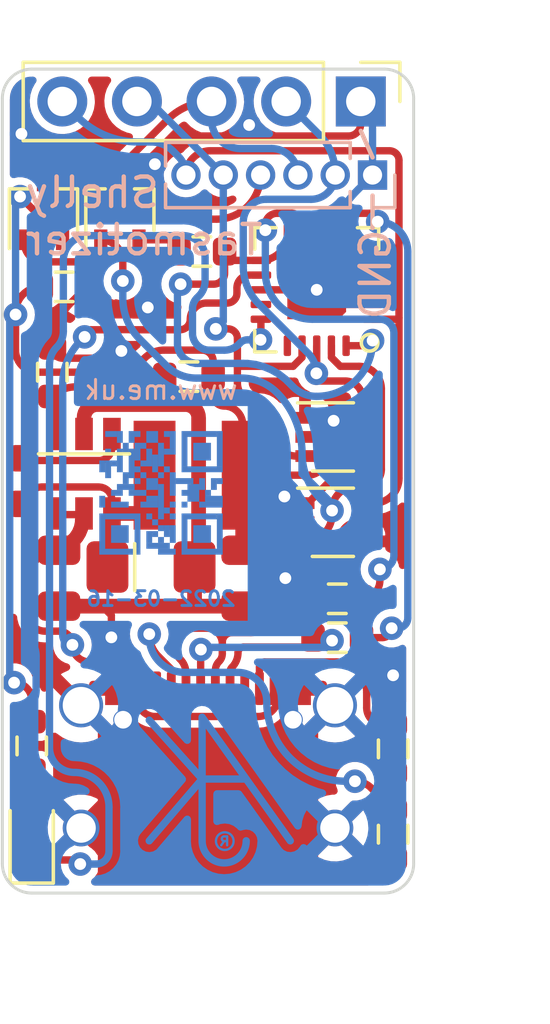
<source format=kicad_pcb>
(kicad_pcb (version 20211014) (generator pcbnew)
  (title_block (title "Shelly Tasmotizer") (date "${DATE}") (rev "4") (company "Adrian Kennard Andrews & Arnold Ltd") (comment 1 "www.me.uk"))
  (layers (0 "F.Cu" signal) (31 "B.Cu" signal) (34 "B.Paste" user) (35 "F.Paste" user) (36 "B.SilkS" user "B.Silkscreen") (37 "F.SilkS" user "F.Silkscreen") (38 "B.Mask" user) (39 "F.Mask" user) (44 "Edge.Cuts" user))
  (property "DATE" "2022-03-16")
  (net 0 "")
  (net 1 "GND")
  (net 2 "VBUS")
  (net 3 "RXD")
  (net 4 "+3V3")
  (net 5 "GPIO0")
  (net 6 "TXD")
  (net 7 "RST")
  (net 8 "D-")
  (net 9 "D+")
  (net 11 "Net-(C1-Pad1)")
  (net 14 "Net-(J1-Pad3)")
  (net 15 "Net-(D3-Pad2)")
  (net 16 "Net-(D3-Pad1)")
  (net 17 "Net-(J3-PadA7)")
  (net 18 "Net-(J3-PadA6)")
  (net 20 "Net-(J3-PadA5)")
  (net 21 "Net-(J3-PadB5)")
  (net 23 "Net-(R6-Pad2)")
  (footprint "LED_SMD:LED_0603_1608Metric_Pad1.05x0.95mm_HandSolder" (layer "F.Cu") (at 171 81 90)
    (fp_text reference "D3" hide)
    (fp_text value "LED")
  )
  (footprint "RevK:R_0603" (layer "F.Cu") (at 183.3 78.1 90)
    (fp_text reference "R2" hide)
    (fp_text value "5K1")
  )
  (footprint "Connector_PinHeader_2.54mm:PinHeader_1x05_P2.54mm_Vertical" (layer "F.Cu") (at 182.2 56.1 -90)
    (fp_text reference "J1" hide)
    (fp_text value "Shelly 1")
  )
  (footprint "RevK:QFN-20-1EP_4x4mm_P0.5mm_EP2.5x2.5mm" (layer "F.Cu") (at 180.7 62.5 180)
    (fp_text reference "U1" hide)
    (fp_text value "FT231XQ")
  )
  (footprint "RevK:USC16-TR-Round" (layer "F.Cu") (at 177 82.9)
    (fp_text reference "J3" hide)
    (fp_text value "USB-C")
  )
  (footprint "RevK:R_0603" (layer "F.Cu") (at 171 78 -90)
    (fp_text reference "R5" hide)
    (fp_text value "680R")
  )
  (footprint "RevK:R_0603" (layer "F.Cu") (at 183.3 81 -90)
    (fp_text reference "R1" hide)
    (fp_text value "5K1")
  )
  (footprint "RevK:R_0603" (layer "F.Cu") (at 181.4 73)
    (fp_text reference "R3" hide)
    (fp_text value "27R")
  )
  (footprint "RevK:R_0603" (layer "F.Cu") (at 181.4 74.32)
    (fp_text reference "R4" hide)
    (fp_text value "27R")
  )
  (footprint "Package_TO_SOT_SMD:SOT-363_SC-70-6" (layer "F.Cu") (at 181.25 70.4)
    (fp_text reference "D1" hide)
    (fp_text value "BAV99S")
  )
  (footprint "Package_TO_SOT_SMD:SOT-363_SC-70-6" (layer "F.Cu") (at 181.25 67.5)
    (fp_text reference "D2" hide)
    (fp_text value "BAV99S")
  )
  (footprint "RevK:C_0603" (layer "F.Cu") (at 176.79 61.2 180)
    (fp_text reference "C1" hide)
    (fp_text value "100nF")
  )
  (footprint "Package_TO_SOT_SMD:SOT-323_SC-70" (layer "F.Cu") (at 171.4 59.8 90)
    (fp_text reference "Q1" hide)
    (fp_text value "PMF170XP,115")
  )
  (footprint "RevK:Hidden" (layer "F.Cu") (at 170.68 69 90)
    (fp_text reference "C2" hide)
    (fp_text value "0.1uF")
  )
  (footprint "RevK:Hidden" (layer "F.Cu") (at 171.93 72.3 90)
    (fp_text reference "C3" hide)
    (fp_text value "2.2uF")
  )
  (footprint "RevK:Hidden" (layer "F.Cu") (at 178.18 72.3 90)
    (fp_text reference "C4" hide)
    (fp_text value "10uF")
  )
  (footprint "RevK:Hidden" (layer "F.Cu") (at 175.06 71.92)
    (fp_text reference "D4" hide)
    (fp_text value "Schottky")
  )
  (footprint "RevK:Hidden" (layer "F.Cu") (at 176.68 68.75)
    (fp_text reference "L1" hide)
    (fp_text value "6.8uH")
  )
  (footprint "RevK:R_0603" (layer "F.Cu") (at 176.35 65.45 180)
    (fp_text reference "R6" hide)
    (fp_text value "100k 1% or 0R")
  )
  (footprint "RevK:R_0603" (layer "F.Cu") (at 171.7 65.3 -90)
    (fp_text reference "R7" hide)
    (fp_text value "30k 1% or NF")
  )
  (footprint "RevK:C_0603" (layer "F.Cu") (at 172.1 62.4)
    (fp_text reference "C5" hide)
    (fp_text value "100nF")
  )
  (footprint "Package_TO_SOT_SMD:SOT-323_SC-70" (layer "F.Cu") (at 174 59.8 90)
    (fp_text reference "Q2" hide)
    (fp_text value "PMF250XNEX")
  )
  (footprint "RevK:RegulatorBlockFB" (layer "F.Cu") (at 172.78 68.75)
    (fp_text reference "U2" hide)
    (fp_text value "LMR16006+FB")
  )
  (footprint "Connector_PinHeader_1.27mm:PinHeader_1x06_P1.27mm_Vertical" (layer "B.Cu") (at 182.6 58.6 90)
    (fp_text reference "J2" hide)
    (fp_text value "Other")
  )
  (footprint "RevK:AJK" (layer "B.Cu") (at 176.8 79.125 180)
    (fp_text reference "Art1" hide)
    (fp_text value "AJK" hide)
  )
  (footprint "RevK:QR-Shelly" (layer "B.Cu") (at 175.4 69.4 180)
    (fp_text reference "Art2" hide)
    (fp_text value "QR" hide)
  )
  (gr_line (start 182.6 59.3) (end 182.6 60.4) (layer "B.SilkS") (width 0.15))
  (gr_line (start 182.2 57.1) (end 182.6 58) (layer "B.SilkS") (width 0.15))
  (gr_line (start 170 56) (end 170 82) (layer "Edge.Cuts") (width 0.1))
  (gr_arc (start 183 55) (mid 183.707107 55.292893) (end 184 56) (layer "Edge.Cuts") (width 0.1))
  (gr_arc (start 170 56) (mid 170.292893 55.292893) (end 171 55) (layer "Edge.Cuts") (width 0.1))
  (gr_arc (start 171 83) (mid 170.292893 82.707107) (end 170 82) (layer "Edge.Cuts") (width 0.1))
  (gr_line (start 171 83) (end 183 83) (layer "Edge.Cuts") (width 0.1))
  (gr_arc (start 184 82) (mid 183.707107 82.707107) (end 183 83) (layer "Edge.Cuts") (width 0.1))
  (gr_line (start 183 55) (end 171 55) (layer "Edge.Cuts") (width 0.1))
  (gr_line (start 184 82) (end 184 56) (layer "Edge.Cuts") (width 0.1))
  (gr_text "GND" (at 182.7 63.6 90) (layer "B.SilkS") (effects (font (size 1 1)) (justify right mirror)))
  (gr_text "Shelly\nTasmotizer" (at 170.7 60) (layer "B.SilkS") (effects (font (size 1 1)) (justify right mirror)))
  (segment (start 179.731294 72.20048) (end 181.04952 72.20048) (width 0.25) (layer "F.Cu") (net 1))
  (segment (start 172.875 62.4) (end 172.336397 62.938603) (width 0.25) (layer "F.Cu") (net 1))
  (segment (start 182.6 63) (end 181.2 63) (width 0.25) (layer "F.Cu") (net 1))
  (segment (start 178.025489 57.274511) (end 176.824511 57.274511) (width 0.25) (layer "F.Cu") (net 1))
  (segment (start 178.8 62.5) (end 180.7 62.5) (width 0.25) (layer "F.Cu") (net 1))
  (segment (start 180.35 66.85) (end 181.225498 66.85) (width 0.25) (layer "F.Cu") (net 1))
  (segment (start 181.2 63) (end 180.7 62.5) (width 0.25) (layer "F.Cu") (net 1))
  (segment (start 173.4 73.25) (end 173.71 73.56) (width 0.25) (layer "F.Cu") (net 1))
  (segment (start 180.3 66.85) (end 181.175498 66.85) (width 0.25) (layer "F.Cu") (net 1))
  (segment (start 182.2 56.85) (end 182.2 56.1) (width 0.25) (layer "F.Cu") (net 1))
  (segment (start 183.3 78.925) (end 183.3 78.705) (width 0.25) (layer "F.Cu") (net 1))
  (segment (start 178.774511 57.274511) (end 181.775489 57.274511) (width 0.25) (layer "F.Cu") (net 1))
  (segment (start 171.93 73.25) (end 173.4 73.25) (width 0.25) (layer "F.Cu") (net 1))
  (segment (start 181.225498 66.85) (end 181.325498 66.95) (width 0.25) (layer "F.Cu") (net 1))
  (segment (start 174.028719 64.600907) (end 174.051697 64.577929) (width 0.25) (layer "F.Cu") (net 1))
  (segment (start 181.32 80.79) (end 182.128726 81.598726) (width 0.25) (layer "F.Cu") (net 1))
  (segment (start 172.049501 64.824501) (end 173.806711 64.824501) (width 0.25) (layer "F.Cu") (net 1))
  (segment (start 182.6 62.5) (end 180.7 62.5) (width 0.25) (layer "F.Cu") (net 1))
  (segment (start 174.95 63.1) (end 174.564949 63.1) (width 0.25) (layer "F.Cu") (net 1))
  (segment (start 183.3 81.825) (end 182.675 81.825) (width 0.25) (layer "F.Cu") (net 1))
  (segment (start 181.7 60.6) (end 181.7 61.5) (width 0.25) (layer "F.Cu") (net 1))
  (segment (start 180.4 69.75) (end 182 68.15) (width 0.25) (layer "F.Cu") (net 1))
  (segment (start 182.6 61.5) (end 181.7 61.5) (width 0.25) (layer "F.Cu") (net 1))
  (segment (start 182 68.15) (end 182.25 68.15) (width 0.25) (layer "F.Cu") (net 1))
  (segment (start 180.7 62.5) (end 181.7 61.5) (width 0.25) (layer "F.Cu") (net 1))
  (segment (start 173.71 73.56) (end 173.71 74.31) (width 0.25) (layer "F.Cu") (net 1))
  (segment (start 175.726597 57.676606) (end 175.192248 58.210955) (width 0.25) (layer "F.Cu") (net 1))
  (segment (start 175.192248 58.210955) (end 175.192248 58.230015) (width 0.25) (layer "F.Cu") (net 1))
  (segment (start 183.3 78.705) (end 181.325 76.73) (width 0.25) (layer "F.Cu") (net 1))
  (segment (start 182.6 62) (end 181.2 62) (width 0.25) (layer "F.Cu") (net 1))
  (segment (start 176.015 61.2) (end 175.540434 61.674566) (width 0.25) (layer "F.Cu") (net 1))
  (segment (start 174.65 60.8) (end 175.615 60.8) (width 0.25) (layer "F.Cu") (net 1))
  (segment (start 179.632974 72.2988) (end 179.731294 72.20048) (width 0.25) (layer "F.Cu") (net 1))
  (segment (start 174.028719 64.691024) (end 174.028719 64.600907) (width 0.25) (layer "F.Cu") (net 1))
  (via (at 181.275498 66.95) (size 0.8) (drill 0.4) (layers "F.Cu" "B.Cu") (net 1))
  (via (at 180.7 62.5) (size 0.8) (drill 0.4) (layers "F.Cu" "B.Cu") (net 1))
  (via (at 179.632974 72.2988) (size 0.8) (drill 0.4) (layers "F.Cu" "B.Cu") (net 1))
  (via (at 170.65 57.2) (size 0.8) (drill 0.4) (layers "F.Cu" "B.Cu") (net 1))
  (via (at 178.4 56.9) (size 0.8) (drill 0.4) (layers "F.Cu" "B.Cu") (net 1))
  (via (at 183.3 75.6) (size 0.8) (drill 0.4) (layers "F.Cu" "B.Cu") (net 1))
  (via (at 174.051697 64.577929) (size 0.8) (drill 0.4) (layers "F.Cu" "B.Cu") (net 1))
  (via (at 175.192248 58.230015) (size 0.8) (drill 0.4) (layers "F.Cu" "B.Cu") (net 1))
  (via (at 174.95 63.1) (size 0.8) (drill 0.4) (layers "F.Cu" "B.Cu") (net 1))
  (via (at 173.71 74.31) (size 0.8) (drill 0.4) (layers "F.Cu" "B.Cu") (net 1))
  (via (at 179.6 69.5245) (size 0.8) (drill 0.4) (layers "F.Cu" "B.Cu") (net 1))
  (arc (start 181.04952 72.20048) (mid 181.863032 71.863512) (end 182.2 71.05) (width 0.25) (layer "F.Cu") (net 1))
  (arc (start 175.540434 61.674566) (mid 175.103449 62.328561) (end 174.95 63.1) (width 0.25) (layer "F.Cu") (net 1))
  (arc (start 172.336397 62.938603) (mid 171.865395 63.643508) (end 171.7 64.475) (width 0.25) (layer "F.Cu") (net 1))
  (arc (start 175.615 60.8) (mid 175.897843 60.917157) (end 176.015 61.2) (width 0.25) (layer "F.Cu") (net 1))
  (arc (start 181.775489 57.274511) (mid 182.075664 57.150175) (end 182.2 56.85) (width 0.25) (layer "F.Cu") (net 1))
  (arc (start 181.175498 66.85) (mid 181.246209 66.879289) (end 181.275498 66.95) (width 0.25) (layer "F.Cu") (net 1))
  (arc (start 178.4 56.9) (mid 178.509692 57.164819) (end 178.774511 57.274511) (width 0.25) (layer "F.Cu") (net 1))
  (arc (start 173.806711 64.824501) (mid 173.935557 64.788163) (end 174.028719 64.691024) (width 0.25) (layer "F.Cu") (net 1))
  (arc (start 178.4 56.9) (mid 178.290308 57.164819) (end 178.025489 57.274511) (width 0.25) (layer "F.Cu") (net 1))
  (arc (start 176.824511 57.274511) (mid 176.240408 57.378818) (end 175.726597 57.676606) (width 0.25) (layer "F.Cu") (net 1))
  (arc (start 174.564949 63.1) (mid 173.650355 62.918076) (end 172.875 62.4) (width 0.25) (layer "F.Cu") (net 1))
  (arc (start 182.128726 81.598726) (mid 182.379358 81.766193) (end 182.675 81.825) (width 0.25) (layer "F.Cu") (net 1))
  (arc (start 171.7 64.475) (mid 171.802366 64.722135) (end 172.049501 64.824501) (width 0.25) (layer "F.Cu") (net 1))
  (segment (start 179.597747 69.522247) (end 179.6 69.5245) (width 0.25) (layer "B.Cu") (net 1))
  (segment (start 175.573768 66.1) (end 178.075736 66.1) (width 0.25) (layer "B.Cu") (net 1))
  (segment (start 178.8 66.4) (end 178.947201 66.547201) (width 0.25) (layer "B.Cu") (net 1))
  (segment (start 172.51 59.44) (end 172.99 59.44) (width 0.25) (layer "B.Cu") (net 1))
  (segment (start 170.9 74.346447) (end 170.9 64.565685) (width 0.25) (layer "B.Cu") (net 1))
  (segment (start 170.75 78.85) (end 170.75 76.85) (width 0.25) (layer "B.Cu") (net 1))
  (segment (start 171.15 76.1) (end 171.15 74.95) (width 0.25) (layer "B.Cu") (net 1))
  (segment (start 170.75 76.85) (end 170.902513 76.697488) (width 0.25) (layer "B.Cu") (net 1))
  (segment (start 175.192248 58.407752) (end 175.192248 58.230015) (width 0.25) (layer "B.Cu") (net 1))
  (segment (start 172.672929 80.772929) (end 171.5 79.6) (width 0.25) (layer "B.Cu") (net 1))
  (segment (start 173.53 58.9) (end 174.7 58.9) (width 0.25) (layer "B.Cu") (net 1))
  (segment (start 182.114214 59.085787) (end 182.6 58.6) (width 0.25) (layer "B.Cu") (net 1))
  (segment (start 171.4 63.358579) (end 171.4 60.55) (width 0.25) (layer "B.Cu") (net 1))
  (segment (start 174.051697 64.577929) (end 175.573768 66.1) (width 0.25) (layer "B.Cu") (net 1))
  (segment (start 182.6 58.6) (end 182.6 57.065685) (width 0.25) (layer "B.Cu") (net 1))
  (segment (start 172.99 59.44) (end 173.53 58.9) (width 0.25) (layer "B.Cu") (net 1))
  (segment (start 174.7 58.9) (end 175.192248 58.407752) (width 0.25) (layer "B.Cu") (net 1))
  (segment (start 179.597747 67.977261) (end 179.597747 69.522247) (width 0.25) (layer "B.Cu") (net 1))
  (arc (start 171.3 63.6) (mid 171.374011 63.489235) (end 171.4 63.358579) (width 0.25) (layer "B.Cu") (net 1))
  (arc (start 172.68 80.79) (mid 172.678162 80.780762) (end 172.672929 80.772929) (width 0.25) (layer "B.Cu") (net 1))
  (arc (start 182.6 57.065685) (mid 182.496043 56.54306) (end 182.2 56.1) (width 0.25) (layer "B.Cu") (net 1))
  (arc (start 171.15 74.95) (mid 171.085027 74.623359) (end 170.9 74.346447) (width 0.25) (layer "B.Cu") (net 1))
  (arc (start 171.4 60.55) (mid 171.725111 59.765111) (end 172.51 59.44) (width 0.25) (layer "B.Cu") (net 1))
  (arc (start 170.9 64.565685) (mid 171.003957 64.04306) (end 171.3 63.6) (width 0.25) (layer "B.Cu") (net 1))
  (arc (start 171.5 79.6) (mid 170.96967 79.38033) (end 170.75 78.85) (width 0.25) (layer "B.Cu") (net 1))
  (arc (start 178.075736 66.1) (mid 178.467704 66.177968) (end 178.8 66.4) (width 0.25) (layer "B.Cu") (net 1))
  (arc (start 170.902513 76.697488) (mid 171.08568 76.423358) (end 171.15 76.1) (width 0.25) (layer "B.Cu") (net 1))
  (arc (start 178.947201 66.547201) (mid 179.401334 67.203357) (end 179.597747 67.977261) (width 0.25) (layer "B.Cu") (net 1))
  (arc (start 180.7 62.5) (mid 181.067542 60.652241) (end 182.114214 59.085787) (width 0.25) (layer "B.Cu") (net 1))
  (segment (start 174.356516 63.858148) (end 176.041852 63.858148) (width 0.25) (layer "F.Cu") (net 2))
  (segment (start 172.800719 64.061809) (end 173.00438 63.858148) (width 0.25) (layer "F.Cu") (net 2))
  (segment (start 170.88048 72.38048) (end 170.88048 73.53048) (width 0.25) (layer "F.Cu") (net 2))
  (segment (start 178.8 62) (end 178.418671 62) (width 0.25) (layer "F.Cu") (net 2))
  (segment (start 174.425489 75.145489) (end 172.964693 75.145489) (width 0.25) (layer "F.Cu") (net 2))
  (segment (start 173.00438 63.858148) (end 173.746878 63.858148) (width 0.25) (layer "F.Cu") (net 2))
  (segment (start 171.86 70.14) (end 172.81 70.14) (width 0.25) (layer "F.Cu") (net 2))
  (segment (start 172.8 64.100001) (end 172.800719 64.061809) (width 0.25) (layer "F.Cu") (net 2))
  (segment (start 174.6 76.4) (end 174.6 76.04) (width 0.25) (layer "F.Cu") (net 2))
  (segment (start 174.6 75.32) (end 174.6 76.04) (width 0.25) (layer "F.Cu") (net 2))
  (segment (start 174.351796 63.853428) (end 174.356516 63.858148) (width 0.25) (layer "F.Cu") (net 2))
  (segment (start 171.93 71.35) (end 171.91096 71.35) (width 0.25) (layer "F.Cu") (net 2))
  (segment (start 178.7 77) (end 175.2 77) (width 0.25) (layer "F.Cu") (net 2))
  (segment (start 173.746878 63.858148) (end 173.751598 63.853428) (width 0.25) (layer "F.Cu") (net 2))
  (segment (start 171.45 74.1) (end 171.919204 74.1) (width 0.25) (layer "F.Cu") (net 2))
  (segment (start 179.4 76.04) (end 179.4 76.3) (width 0.25) (layer "F.Cu") (net 2))
  (segment (start 173.751598 63.853428) (end 174.351796 63.853428) (width 0.25) (layer "F.Cu") (net 2))
  (segment (start 176.95 62.95) (end 177.65 62.95) (width 0.25) (layer "F.Cu") (net 2))
  (segment (start 177.984162 62.615838) (end 177.984162 62.434509) (width 0.25) (layer "F.Cu") (net 2))
  (via (at 172.3849 74.565696) (size 0.8) (drill 0.4) (layers "F.Cu" "B.Cu") (net 2))
  (via (at 172.8 64.100001) (size 0.8) (drill 0.4) (layers "F.Cu" "B.Cu") (net 2))
  (arc (start 178.418671 62) (mid 178.111427 62.127265) (end 177.984162 62.434509) (width 0.25) (layer "F.Cu") (net 2))
  (arc (start 176.041852 63.858148) (mid 176.291852 63.754594) (end 176.395406 63.504594) (width 0.25) (layer "F.Cu") (net 2))
  (arc (start 176.395406 63.504594) (mid 176.557843 63.112437) (end 176.95 62.95) (width 0.25) (layer "F.Cu") (net 2))
  (arc (start 172.964693 75.145489) (mid 172.554717 74.975672) (end 172.3849 74.565696) (width 0.25) (layer "F.Cu") (net 2))
  (arc (start 171.919204 74.1) (mid 172.248501 74.236399) (end 172.3849 74.565696) (width 0.25) (layer "F.Cu") (net 2))
  (arc (start 175.2 77) (mid 174.775736 76.824264) (end 174.6 76.4) (width 0.25) (layer "F.Cu") (net 2))
  (arc (start 171.91096 71.35) (mid 171.182301 71.651821) (end 170.88048 72.38048) (width 0.25) (layer "F.Cu") (net 2))
  (arc (start 170.88048 73.53048) (mid 171.047289 73.933191) (end 171.45 74.1) (width 0.25) (layer "F.Cu") (net 2))
  (arc (start 177.65 62.95) (mid 177.886288 62.852126) (end 177.984162 62.615838) (width 0.25) (layer "F.Cu") (net 2))
  (arc (start 174.6 75.32) (mid 174.548887 75.196602) (end 174.425489 75.145489) (width 0.25) (layer "F.Cu") (net 2))
  (arc (start 179.4 76.3) (mid 179.194975 76.794975) (end 178.7 77) (width 0.25) (layer "F.Cu") (net 2))
  (segment (start 172.3849 74.565696) (end 172.265696 74.565696) (width 0.25) (layer "B.Cu") (net 2))
  (segment (start 172.663111 64.236891) (end 172.8 64.100001) (width 0.25) (layer "B.Cu") (net 2))
  (segment (start 172.055 65.705) (end 172.055 74.235796) (width 0.25) (layer "B.Cu") (net 2))
  (arc (start 172.055 74.235796) (mid 172.151625 74.469071) (end 172.3849 74.565696) (width 0.25) (layer "B.Cu") (net 2))
  (arc (start 172.265696 74.565696) (mid 172.148531 74.517165) (end 172.1 74.4) (width 0.25) (layer "B.Cu") (net 2))
  (arc (start 172.055 65.705) (mid 172.213043 64.910465) (end 172.663111 64.236891) (width 0.25) (layer "B.Cu") (net 2))
  (segment (start 180.2 64.4) (end 180.2 64.797328) (width 0.25) (layer "F.Cu") (net 3))
  (segment (start 178 64.15) (end 178 65.15) (width 0.25) (layer "F.Cu") (net 3))
  (segment (start 179.897328 65.1) (end 178.05 65.1) (width 0.25) (layer "F.Cu") (net 3))
  (segment (start 177.264422 63.826967) (end 177.676967 63.826967) (width 0.25) (layer "F.Cu") (net 3))
  (segment (start 179.25 66.9) (end 179.25 67.4) (width 0.25) (layer "F.Cu") (net 3))
  (segment (start 180.3 68.15) (end 180 68.15) (width 0.25) (layer "F.Cu") (net 3))
  (segment (start 180.2 64.797328) (end 179.897328 65.1) (width 0.25) (layer "F.Cu") (net 3))
  (segment (start 180.35 68.15) (end 180 68.15) (width 0.25) (layer "F.Cu") (net 3))
  (segment (start 178 65.15) (end 178 65.65) (width 0.25) (layer "F.Cu") (net 3))
  (via (at 177.264422 63.826967) (size 0.8) (drill 0.4) (layers "F.Cu" "B.Cu") (net 3))
  (arc (start 180 68.15) (mid 179.46967 67.93033) (end 179.25 67.4) (width 0.25) (layer "F.Cu") (net 3))
  (arc (start 177.676967 63.826967) (mid 177.905386 63.921581) (end 178 64.15) (width 0.25) (layer "F.Cu") (net 3))
  (arc (start 178.75 66.4) (mid 179.103553 66.546447) (end 179.25 66.9) (width 0.25) (layer "F.Cu") (net 3))
  (arc (start 178.05 65.1) (mid 178.014645 65.114645) (end 178 65.15) (width 0.25) (layer "F.Cu") (net 3))
  (arc (start 178 65.65) (mid 178.21967 66.18033) (end 178.75 66.4) (width 0.25) (layer "F.Cu") (net 3))
  (segment (start 175.331127 56.411127) (end 177.52 58.6) (width 0.25) (layer "B.Cu") (net 3))
  (segment (start 177.52 63.571389) (end 177.264422 63.826967) (width 0.25) (layer "B.Cu") (net 3))
  (segment (start 177.52 58.6) (end 177.52 63.571389) (width 0.25) (layer "B.Cu") (net 3))
  (arc (start 174.58 56.1) (mid 174.986507 56.180859) (end 175.331127 56.411127) (width 0.25) (layer "B.Cu") (net 3))
  (segment (start 173.745656 65.3) (end 171.2 65.3) (width 0.25) (layer "F.Cu") (net 4))
  (segment (start 180.35 67.5) (end 180.65 67.5) (width 0.25) (layer "F.Cu") (net 4))
  (segment (start 180.775489 67.625489) (end 180.974511 67.625489) (width 0.25) (layer "F.Cu") (net 4))
  (segment (start 173.752805 65.307149) (end 173.745656 65.3) (width 0.25) (layer "F.Cu") (net 4))
  (segment (start 178.21 71.39) (end 178.3 71.3) (width 0.25) (layer "F.Cu") (net 4))
  (segment (start 180.9 71.6) (end 180.1 71.6) (width 0.25) (layer "F.Cu") (net 4))
  (segment (start 177.175 65.45) (end 177.175 66.075) (width 0.25) (layer "F.Cu") (net 4))
  (segment (start 177.175 65.45) (end 177.175 64.925) (width 0.25) (layer "F.Cu") (net 4))
  (segment (start 181.023523 67.674501) (end 181.625597 67.674501) (width 0.25) (layer "F.Cu") (net 4))
  (segment (start 170.44998 63.34002) (end 170.44998 64.54998) (width 0.25) (layer "F.Cu") (net 4))
  (segment (start 176.8 64.55) (end 175.506239 64.55) (width 0.25) (layer "F.Cu") (net 4))
  (segment (start 181 68.2) (end 181 67.650978) (width 0.25) (layer "F.Cu") (net 4))
  (segment (start 170.44998 63.34002) (end 170.44998 63.27502) (width 0.25) (layer "F.Cu") (net 4))
  (segment (start 180.974511 67.625489) (end 181.023523 67.674501) (width 0.25) (layer "F.Cu") (net 4))
  (segment (start 179.03 70.4) (end 180.3 70.4) (width 0.25) (layer "F.Cu") (net 4))
  (segment (start 174.830076 64.830076) (end 174.630076 65.030076) (width 0.25) (layer "F.Cu") (net 4))
  (segment (start 178.18 67.08) (end 178.18 68.8) (width 0.25) (layer "F.Cu") (net 4))
  (segment (start 172.05 60.8) (end 172.05 60.675) (width 0.25) (layer "F.Cu") (net 4))
  (segment (start 181.800098 67.5) (end 182.25 67.5) (width 0.25) (layer "F.Cu") (net 4))
  (segment (start 172.05 60.777203) (end 170.603326 59.330529) (width 0.25) (layer "F.Cu") (net 4))
  (segment (start 180.65 67.5) (end 180.775489 67.625489) (width 0.25) (layer "F.Cu") (net 4))
  (segment (start 172.625 60.1) (end 177.29 60.1) (width 0.25) (layer "F.Cu") (net 4))
  (segment (start 174.042851 65.307149) (end 173.752805 65.307149) (width 0.25) (layer "F.Cu") (net 4))
  (segment (start 181.625597 67.674501) (end 181.800098 67.5) (width 0.25) (layer "F.Cu") (net 4))
  (segment (start 174.572313 65.087838) (end 174.630076 65.030076) (width 0.25) (layer "F.Cu") (net 4))
  (segment (start 178.18 68.8) (end 180.4 68.8) (width 0.25) (layer "F.Cu") (net 4))
  (segment (start 171 77.175) (end 171 76.45) (width 0.25) (layer "F.Cu") (net 4))
  (segment (start 182.1 70.4) (end 182.3 70.4) (width 0.25) (layer "F.Cu") (net 4))
  (segment (start 179.4 70.9) (end 179.4 70.4) (width 0.25) (layer "F.Cu") (net 4))
  (via (at 170.603326 59.330529) (size 0.8) (drill 0.4) (layers "F.Cu" "B.Cu") (net 4))
  (via (at 170.44998 63.34002) (size 0.8) (drill 0.4) (layers "F.Cu" "B.Cu") (net 4))
  (via (at 170.4 75.85) (size 0.8) (drill 0.4) (layers "F.Cu" "B.Cu") (net 4))
  (arc (start 170.44998 63.27502) (mid 170.706267 62.656287) (end 171.325 62.4) (width 0.25) (layer "F.Cu") (net 4))
  (arc (start 172.05 60.675) (mid 172.218414 60.268414) (end 172.625 60.1) (width 0.25) (layer "F.Cu") (net 4))
  (arc (start 170.44998 64.54998) (mid 170.669656 65.080324) (end 171.2 65.3) (width 0.25) (layer "F.Cu") (net 4))
  (arc (start 180.4 68.8) (mid 180.824264 68.624264) (end 181 68.2) (width 0.25) (layer "F.Cu") (net 4))
  (arc (start 181.5 71) (mid 181.324264 71.424264) (end 180.9 71.6) (width 0.25) (layer "F.Cu") (net 4))
  (arc (start 177.55 66.45) (mid 177.995477 66.634523) (end 178.18 67.08) (width 0.25) (layer "F.Cu") (net 4))
  (arc (start 179.03 70.4) (mid 178.428959 70.151041) (end 178.18 69.55) (width 0.25) (layer "F.Cu") (net 4))
  (arc (start 177.175 66.075) (mid 177.284835 66.340165) (end 177.55 66.45) (width 0.25) (layer "F.Cu") (net 4))
  (arc (start 171 76.45) (mid 170.824264 76.025736) (end 170.4 75.85) (width 0.25) (layer "F.Cu") (net 4))
  (arc (start 180.1 71.6) (mid 179.605025 71.394975) (end 179.4 70.9) (width 0.25) (layer "F.Cu") (net 4))
  (arc (start 177.175 64.925) (mid 177.065165 64.659835) (end 176.8 64.55) (width 0.25) (layer "F.Cu") (net 4))
  (arc (start 177.29 60.1) (mid 178.35066 59.66066) (end 178.79 58.6) (width 0.25) (layer "F.Cu") (net 4))
  (arc (start 182.1 70.4) (mid 181.675736 70.575736) (end 181.5 71) (width 0.25) (layer "F.Cu") (net 4))
  (arc (start 174.042851 65.307149) (mid 174.329394 65.250152) (end 174.572313 65.087838) (width 0.25) (layer "F.Cu") (net 4))
  (arc (start 175.506239 64.55) (mid 175.140303 64.622789) (end 174.830076 64.830076) (width 0.25) (layer "F.Cu") (net 4))
  (segment (start 170.44998 63.34002) (end 170.25049 63.53951) (width 0.25) (layer "B.Cu") (net 4))
  (segment (start 170.25049 63.53951) (end 170.25049 75.70049) (width 0.25) (layer "B.Cu") (net 4))
  (segment (start 170.44998 63.34002) (end 170.44998 59.483875) (width 0.25) (layer "B.Cu") (net 4))
  (segment (start 170.44998 59.483875) (end 170.603326 59.330529) (width 0.25) (layer "B.Cu") (net 4))
  (arc (start 170.25049 75.70049) (mid 170.29428 75.80621) (end 170.4 75.85) (width 0.25) (layer "B.Cu") (net 4))
  (segment (start 181.676369 65.6) (end 180.8 65.6) (width 0.25) (layer "F.Cu") (net 5))
  (segment (start 180.7 65.5) (end 180.7 64.4) (width 0.25) (layer "F.Cu") (net 5))
  (segment (start 182.25 66.75) (end 182.25 66.173631) (width 0.25) (layer "F.Cu") (net 5))
  (segment (start 180.67304 65.534832) (end 180.578872 65.440664) (width 0.25) (layer "F.Cu") (net 5))
  (segment (start 180.578872 65.440664) (end 180.578872 65.345893) (width 0.25) (layer "F.Cu") (net 5))
  (via (at 180.687701 65.337701) (size 0.8) (drill 0.4) (layers "F.Cu" "B.Cu") (net 5))
  (arc (start 182.25 66.173631) (mid 182.081987 65.768013) (end 181.676369 65.6) (width 0.25) (layer "F.Cu") (net 5))
  (arc (start 180.8 65.6) (mid 180.729291 65.582288) (end 180.67304 65.534832) (width 0.25) (layer "F.Cu") (net 5))
  (segment (start 178.73033 62.98033) (end 179.425 63.675) (width 0.25) (layer "B.Cu") (net 5))
  (segment (start 181.33 58.6) (end 181.33 58.547817) (width 0.25) (layer "B.Cu") (net 5))
  (segment (start 179.66 56.1) (end 180.78 57.22) (width 0.25) (layer "B.Cu") (net 5))
  (segment (start 179.425 63.675) (end 180.404858 64.654858) (width 0.25) (layer "B.Cu") (net 5))
  (segment (start 180.505489 59.424511) (end 178.975489 59.424511) (width 0.25) (layer "B.Cu") (net 5))
  (segment (start 178.2 60.2) (end 178.2 61.7) (width 0.25) (layer "B.Cu") (net 5))
  (arc (start 178.975489 59.424511) (mid 178.427135 59.651646) (end 178.2 60.2) (width 0.25) (layer "B.Cu") (net 5))
  (arc (start 180.404858 64.654858) (mid 180.614192 64.968149) (end 180.687701 65.337701) (width 0.25) (layer "B.Cu") (net 5))
  (arc (start 181.33 58.547817) (mid 181.18706 57.829208) (end 180.78 57.22) (width 0.25) (layer "B.Cu") (net 5))
  (arc (start 178.2 61.7) (mid 178.337828 62.39291) (end 178.73033 62.98033) (width 0.25) (layer "B.Cu") (net 5))
  (arc (start 181.33 58.6) (mid 181.088506 59.183017) (end 180.505489 59.424511) (width 0.25) (layer "B.Cu") (net 5))
  (segment (start 177.074511 57.775489) (end 183.175489 57.775489) (width 0.25) (layer "F.Cu") (net 6))
  (segment (start 182.2 69.75) (end 182.65 69.75) (width 0.25) (layer "F.Cu") (net 6))
  (segment (start 182.6 63.5) (end 183.45 63.5) (width 0.25) (layer "F.Cu") (net 6))
  (segment (start 183.5 58.1) (end 183.5 63.45) (width 0.25) (layer "F.Cu") (net 6))
  (segment (start 183.5 63.45) (end 183.5 68.9) (width 0.25) (layer "F.Cu") (net 6))
  (arc (start 176.25 58.6) (mid 176.491494 58.016983) (end 177.074511 57.775489) (width 0.25) (layer "F.Cu") (net 6))
  (arc (start 183.45 63.5) (mid 183.485355 63.485355) (end 183.5 63.45) (width 0.25) (layer "F.Cu") (net 6))
  (arc (start 183.175489 57.775489) (mid 183.404953 57.870536) (end 183.5 58.1) (width 0.25) (layer "F.Cu") (net 6))
  (arc (start 182.65 69.75) (mid 183.251041 69.501041) (end 183.5 68.9) (width 0.25) (layer "F.Cu") (net 6))
  (segment (start 172.04 56.1) (end 172.5599 56.6199) (width 0.25) (layer "B.Cu") (net 6))
  (segment (start 175.8123 57.7877) (end 175.985118 57.960518) (width 0.25) (layer "B.Cu") (net 6))
  (segment (start 174.625499 57.475499) (end 175.058581 57.475499) (width 0.25) (layer "B.Cu") (net 6))
  (arc (start 175.985118 57.960518) (mid 176.181159 58.253915) (end 176.25 58.6) (width 0.25) (layer "B.Cu") (net 6))
  (arc (start 172.5599 56.6199) (mid 173.507605 57.253136) (end 174.625499 57.475499) (width 0.25) (layer "B.Cu") (net 6))
  (arc (start 175.058581 57.475499) (mid 175.46649 57.556638) (end 175.8123 57.7877) (width 0.25) (layer "B.Cu") (net 6))
  (segment (start 171.4 61.55) (end 172.725 61.55) (width 0.25) (layer "F.Cu") (net 7))
  (segment (start 170.75 60.8) (end 170.75 60.9) (width 0.25) (layer "F.Cu") (net 7))
  (segment (start 173.35 60.8) (end 173.35 60.925) (width 0.25) (layer "F.Cu") (net 7))
  (segment (start 181.222248 70.001935) (end 181.222248 69.971942) (width 0.25) (layer "F.Cu") (net 7))
  (segment (start 182.302905 69.197095) (end 181.997095 69.197095) (width 0.25) (layer "F.Cu") (net 7))
  (segment (start 182.900001 65.864297) (end 182.900001 68.599999) (width 0.25) (layer "F.Cu") (net 7))
  (segment (start 181.2 64.4) (end 181.2 64.797328) (width 0.25) (layer "F.Cu") (net 7))
  (segment (start 181.502672 65.1) (end 182.135704 65.1) (width 0.25) (layer "F.Cu") (net 7))
  (segment (start 174.1 62.2) (end 174.1 61.55) (width 0.25) (layer "F.Cu") (net 7))
  (segment (start 181.222248 70.001935) (end 181.222248 70.127752) (width 0.25) (layer "F.Cu") (net 7))
  (segment (start 181.2 64.797328) (end 181.502672 65.1) (width 0.25) (layer "F.Cu") (net 7))
  (via (at 181.222248 70.001935) (size 0.8) (drill 0.4) (layers "F.Cu" "B.Cu") (net 7))
  (via (at 174.1 62.2) (size 0.8) (drill 0.4) (layers "F.Cu" "B.Cu") (net 7))
  (arc (start 182.900001 68.599999) (mid 182.725116 69.02221) (end 182.302905 69.197095) (width 0.25) (layer "F.Cu") (net 7))
  (arc (start 174.1 61.55) (mid 173.88033 61.01967) (end 173.35 60.8) (width 0.25) (layer "F.Cu") (net 7))
  (arc (start 181.222248 70.127752) (mid 180.952128 70.77988) (end 180.3 71.05) (width 0.25) (layer "F.Cu") (net 7))
  (arc (start 181.222248 69.971942) (mid 181.449195 69.424042) (end 181.997095 69.197095) (width 0.25) (layer "F.Cu") (net 7))
  (arc (start 170.75 60.9) (mid 170.940381 61.359619) (end 171.4 61.55) (width 0.25) (layer "F.Cu") (net 7))
  (arc (start 182.135704 65.1) (mid 182.676144 65.323857) (end 182.900001 65.864297) (width 0.25) (layer "F.Cu") (net 7))
  (arc (start 173.35 60.925) (mid 173.166942 61.366942) (end 172.725 61.55) (width 0.25) (layer "F.Cu") (net 7))
  (segment (start 174.1 62.2) (end 174.1 62.782717) (width 0.25) (layer "B.Cu") (net 7))
  (segment (start 180.2 68.75) (end 181.161259 69.711259) (width 0.25) (layer "B.Cu") (net 7))
  (segment (start 180.2 68.052081) (end 180.2 68.75) (width 0.25) (layer "B.Cu") (net 7))
  (segment (start 174.676204 64.173796) (end 175.579846 65.077438) (width 0.25) (layer "B.Cu") (net 7))
  (segment (start 176.6 65.5) (end 178.142894 65.5) (width 0.25) (layer "B.Cu") (net 7))
  (segment (start 180.855916 69.635604) (end 181.222248 70.001935) (width 0.25) (layer "B.Cu") (net 7))
  (arc (start 181.161259 69.711259) (mid 181.259553 69.776937) (end 181.375498 69.8) (width 0.25) (layer "B.Cu") (net 7))
  (arc (start 178.142894 65.5) (mid 178.796175 65.629946) (end 179.35 66) (width 0.25) (layer "B.Cu") (net 7))
  (arc (start 174.1 62.782717) (mid 174.249751 63.535563) (end 174.676204 64.173796) (width 0.25) (layer "B.Cu") (net 7))
  (arc (start 180.2 68.052081) (mid 180.370467 68.909077) (end 180.855916 69.635604) (width 0.25) (layer "B.Cu") (net 7))
  (arc (start 175.579846 65.077438) (mid 176.047897 65.390179) (end 176.6 65.5) (width 0.25) (layer "B.Cu") (net 7))
  (arc (start 179.35 66) (mid 179.979092 66.941503) (end 180.2 68.052081) (width 0.25) (layer "B.Cu") (net 7))
  (segment (start 178.950592 60.474008) (end 178.950592 60.299408) (width 0.25) (layer "F.Cu") (net 8))
  (segment (start 179.35 59.9) (end 179.85 59.9) (width 0.25) (layer "F.Cu") (net 8))
  (segment (start 180.2 60.6) (end 180.2 60.25) (width 0.25) (layer "F.Cu") (net 8))
  (segment (start 182.850002 72) (end 182.850002 72.374998) (width 0.25) (layer "F.Cu") (net 8))
  (via (at 182.850002 72) (size 0.8) (drill 0.4) (layers "F.Cu" "B.Cu") (net 8))
  (via (at 178.950592 60.474008) (size 0.8) (drill 0.4) (layers "F.Cu" "B.Cu") (net 8))
  (arc (start 178.950592 60.299408) (mid 179.067576 60.016984) (end 179.35 59.9) (width 0.25) (layer "F.Cu") (net 8))
  (arc (start 180.2 60.25) (mid 180.097487 60.002513) (end 179.85 59.9) (width 0.25) (layer "F.Cu") (net 8))
  (arc (start 182.850002 72.374998) (mid 182.666943 72.816941) (end 182.225 73) (width 0.25) (layer "F.Cu") (net 8))
  (segment (start 178.950592 61.900592) (end 178.950592 60.474008) (width 0.25) (layer "B.Cu") (net 8))
  (segment (start 183.326935 71.523067) (end 183.326935 63.976935) (width 0.25) (layer "B.Cu") (net 8))
  (segment (start 182.85 63.5) (end 180.55 63.5) (width 0.25) (layer "B.Cu") (net 8))
  (arc (start 182.850002 72) (mid 183.187245 71.86031) (end 183.326935 71.523067) (width 0.25) (layer "B.Cu") (net 8))
  (arc (start 180.55 63.5) (mid 179.419048 63.031544) (end 178.950592 61.900592) (width 0.25) (layer "B.Cu") (net 8))
  (arc (start 183.326935 63.976935) (mid 183.187244 63.639691) (end 182.85 63.5) (width 0.25) (layer "B.Cu") (net 8))
  (segment (start 182.93 74.32) (end 182.225 74.32) (width 0.25) (layer "F.Cu") (net 9))
  (segment (start 182.491312 59.9) (end 181.2 59.9) (width 0.25) (layer "F.Cu") (net 9))
  (segment (start 180.7 60.6) (end 180.7 60.4) (width 0.25) (layer "F.Cu") (net 9))
  (via (at 182.7755 60.184188) (size 0.8) (drill 0.4) (layers "F.Cu" "B.Cu") (net 9))
  (via (at 183.25 74) (size 0.8) (drill 0.4) (layers "F.Cu" "B.Cu") (net 9))
  (arc (start 183.25 74) (mid 183.156274 74.226274) (end 182.93 74.32) (width 0.25) (layer "F.Cu") (net 9))
  (arc (start 182.7755 60.184188) (mid 182.692263 59.983237) (end 182.491312 59.9) (width 0.25) (layer "F.Cu") (net 9))
  (arc (start 180.7 60.4) (mid 180.846447 60.046447) (end 181.2 59.9) (width 0.25) (layer "F.Cu") (net 9))
  (segment (start 183.8 61.208688) (end 183.8 73.65) (width 0.25) (layer "B.Cu") (net 9))
  (segment (start 183.25 74) (end 183.45 74) (width 0.25) (layer "B.Cu") (net 9))
  (arc (start 183.45 74) (mid 183.697487 73.897487) (end 183.8 73.65) (width 0.25) (layer "B.Cu") (net 9))
  (arc (start 182.7755 60.184188) (mid 183.499931 60.484257) (end 183.8 61.208688) (width 0.25) (layer "B.Cu") (net 9))
  (segment (start 182.426934 64.4) (end 181.7 64.4) (width 0.25) (layer "F.Cu") (net 11))
  (segment (start 177.865 61.5) (end 177.565 61.2) (width 0.25) (layer "F.Cu") (net 11))
  (segment (start 178.8 61.5) (end 177.865 61.5) (width 0.25) (layer "F.Cu") (net 11))
  (segment (start 177.565 61.2) (end 177.565 61.935) (width 0.25) (layer "F.Cu") (net 11))
  (segment (start 176.067108 62.308294) (end 177.191706 62.308294) (width 0.25) (layer "F.Cu") (net 11))
  (via (at 176.067108 62.308294) (size 0.8) (drill 0.4) (layers "F.Cu" "B.Cu") (net 11))
  (via (at 182.602434 64.2245) (size 0.8) (drill 0.4) (layers "F.Cu" "B.Cu") (net 11))
  (arc (start 177.565 61.935) (mid 177.455665 62.198959) (end 177.191706 62.308294) (width 0.25) (layer "F.Cu") (net 11))
  (arc (start 182.602434 64.2245) (mid 182.551031 64.348597) (end 182.426934 64.4) (width 0.25) (layer "F.Cu") (net 11))
  (arc (start 179.7 60.6) (mid 179.436396 61.236396) (end 178.8 61.5) (width 0.25) (layer "F.Cu") (net 11))
  (segment (start 176.567905 64.999411) (end 176.644919 65.000978) (width 0.25) (layer "B.Cu") (net 11))
  (segment (start 176.41774 64.965136) (end 176.567905 64.999411) (width 0.25) (layer "B.Cu") (net 11))
  (segment (start 179.162919 65.222042) (end 179.408566 65.363867) (width 0.25) (layer "B.Cu") (net 11))
  (segment (start 175.975757 62.354527) (end 175.959352 62.394132) (width 0.25) (layer "B.Cu") (net 11))
  (segment (start 178.203833 65.000978) (end 178.345657 65.003058) (width 0.25) (layer "B.Cu") (net 11))
  (segment (start 175.959836 62.415566) (end 175.959836 64.315895) (width 0.25) (layer "B.Cu") (net 11))
  (segment (start 175.995678 64.543074) (end 176.062507 64.681848) (width 0.25) (layer "B.Cu") (net 11))
  (segment (start 176.278966 64.898307) (end 176.41774 64.965136) (width 0.25) (layer "B.Cu") (net 11))
  (segment (start 178.345657 65.003058) (end 178.626879 65.040082) (width 0.25) (layer "B.Cu") (net 11))
  (segment (start 176.158542 64.802272) (end 176.278966 64.898307) (width 0.25) (layer "B.Cu") (net 11))
  (segment (start 175.959352 62.394132) (end 175.959836 62.415566) (width 0.25) (layer "B.Cu") (net 11))
  (segment (start 175.959836 64.315895) (end 175.961403 64.392909) (width 0.25) (layer "B.Cu") (net 11))
  (segment (start 179.408566 65.363867) (end 179.633599 65.536541) (width 0.25) (layer "B.Cu") (net 11))
  (segment (start 178.900862 65.113495) (end 179.162919 65.222042) (width 0.25) (layer "B.Cu") (net 11))
  (segment (start 176.062507 64.681848) (end 176.158542 64.802272) (width 0.25) (layer "B.Cu") (net 11))
  (segment (start 175.961403 64.392909) (end 175.995678 64.543074) (width 0.25) (layer "B.Cu") (net 11))
  (segment (start 178.626879 65.040082) (end 178.900862 65.113495) (width 0.25) (layer "B.Cu") (net 11))
  (segment (start 176.644919 65.000978) (end 178.203833 65.000978) (width 0.25) (layer "B.Cu") (net 11))
  (segment (start 176.045674 62.30781) (end 176.006069 62.324215) (width 0.25) (layer "B.Cu") (net 11))
  (segment (start 176.006069 62.324215) (end 175.975757 62.354527) (width 0.25) (layer "B.Cu") (net 11))
  (segment (start 179.699481 65.600519) (end 179.892959 65.793997) (width 0.25) (layer "B.Cu") (net 11))
  (segment (start 176.067108 62.308294) (end 176.045674 62.30781) (width 0.25) (layer "B.Cu") (net 11))
  (segment (start 180.68 66.12) (end 180.706934 66.12) (width 0.25) (layer "B.Cu") (net 11))
  (segment (start 179.633599 65.536541) (end 179.699481 65.600519) (width 0.25) (layer "B.Cu") (net 11))
  (arc (start 179.892959 65.793997) (mid 180.254057 66.035274) (end 180.68 66.12) (width 0.25) (layer "B.Cu") (net 11))
  (arc (start 180.706934 66.12) (mid 182.047255 65.564821) (end 182.602434 64.2245) (width 0.25) (layer "B.Cu") (net 11))
  (segment (start 174 58.8) (end 171.4 58.8) (width 0.25) (layer "F.Cu") (net 14))
  (segment (start 174.324555 58.016455) (end 175.61947 56.72154) (width 0.25) (layer "F.Cu") (net 14))
  (arc (start 174 58.8) (mid 174.084349 58.375948) (end 174.324555 58.016455) (width 0.25) (layer "F.Cu") (net 14))
  (arc (start 175.61947 56.72154) (mid 176.307919 56.261533) (end 177.12 56.1) (width 0.25) (layer "F.Cu") (net 14))
  (segment (start 177.12 56.1) (end 177.12 56.72) (width 0.25) (layer "B.Cu") (net 14))
  (segment (start 178.1 57.7) (end 179.16 57.7) (width 0.25) (layer "B.Cu") (net 14))
  (arc (start 179.16 57.7) (mid 179.796396 57.963604) (end 180.06 58.6) (width 0.25) (layer "B.Cu") (net 14))
  (arc (start 177.12 56.72) (mid 177.407035 57.412965) (end 178.1 57.7) (width 0.25) (layer "B.Cu") (net 14))
  (segment (start 171 78.825) (end 171 80.125) (width 0.25) (layer "F.Cu") (net 15))
  (segment (start 171 81.875) (end 172.511165 81.875) (width 0.25) (layer "F.Cu") (net 16))
  (segment (start 178.8 63.5) (end 178.8 64.337744) (width 0.25) (layer "F.Cu") (net 16))
  (segment (start 172.511165 81.875) (end 172.6505 82.014335) (width 0.25) (layer "F.Cu") (net 16))
  (via (at 178.787724 64.2) (size 0.8) (drill 0.4) (layers "F.Cu" "B.Cu") (net 16))
  (via (at 172.6505 82.014335) (size 0.8) (drill 0.4) (layers "F.Cu" "B.Cu") (net 16))
  (segment (start 178.1 64.3) (end 178.05859 64.34141) (width 0.25) (layer "B.Cu") (net 16))
  (segment (start 172.075499 63.905598) (end 172.075499 61.514501) (width 0.25) (layer "B.Cu") (net 16))
  (segment (start 176.9 61.4) (end 176.9 62.2) (width 0.25) (layer "B.Cu") (net 16))
  (segment (start 177.048533 64.551467) (end 177.551467 64.551467) (width 0.25) (layer "B.Cu") (net 16))
  (segment (start 178.787724 64.2) (end 178.341421 64.2) (width 0.25) (layer "B.Cu") (net 16))
  (segment (start 176.687868 62.712132) (end 176.625 62.775) (width 0.25) (layer "B.Cu") (net 16))
  (segment (start 173.629511 81.570489) (end 173.629511 80.079511) (width 0.25) (layer "B.Cu") (net 16))
  (segment (start 171.605489 78.055489) (end 171.605489 65.040301) (width 0.25) (layer "B.Cu") (net 16))
  (segment (start 176.471651 63.145217) (end 176.471651 63.974585) (width 0.25) (layer "B.Cu") (net 16))
  (segment (start 172.93 60.66) (end 176.16 60.66) (width 0.25) (layer "B.Cu") (net 16))
  (segment (start 172.6505 82.014335) (end 173.185665 82.014335) (width 0.25) (layer "B.Cu") (net 16))
  (arc (start 172.075499 61.514501) (mid 172.325777 60.910278) (end 172.93 60.66) (width 0.25) (layer "B.Cu") (net 16))
  (arc (start 176.9 62.2) (mid 176.844869 62.477164) (end 176.687868 62.712132) (width 0.25) (layer "B.Cu") (net 16))
  (arc (start 176.16 60.66) (mid 176.683259 60.876741) (end 176.9 61.4) (width 0.25) (layer "B.Cu") (net 16))
  (arc (start 173.185665 82.014335) (mid 173.499512 81.884336) (end 173.629511 81.570489) (width 0.25) (layer "B.Cu") (net 16))
  (arc (start 171.85 64.45) (mid 172.016894 64.200226) (end 172.075499 63.905598) (width 0.25) (layer "B.Cu") (net 16))
  (arc (start 178.05859 64.34141) (mid 177.82592 64.496875) (end 177.551467 64.551467) (width 0.25) (layer "B.Cu") (net 16))
  (arc (start 176.625 62.775) (mid 176.511505 62.944857) (end 176.471651 63.145217) (width 0.25) (layer "B.Cu") (net 16))
  (arc (start 178.341421 64.2) (mid 178.210765 64.225989) (end 178.1 64.3) (width 0.25) (layer "B.Cu") (net 16))
  (arc (start 171.605489 65.040301) (mid 171.669035 64.720833) (end 171.85 64.45) (width 0.25) (layer "B.Cu") (net 16))
  (arc (start 172.45 78.9) (mid 171.852841 78.652648) (end 171.605489 78.055489) (width 0.25) (layer "B.Cu") (net 16))
  (arc (start 176.471651 63.974585) (mid 176.640616 64.382502) (end 177.048533 64.551467) (width 0.25) (layer "B.Cu") (net 16))
  (arc (start 173.629511 80.079511) (mid 173.28404 79.245471) (end 172.45 78.9) (width 0.25) (layer "B.Cu") (net 16))
  (segment (start 175.85 74.5) (end 175.85 74.567158) (width 0.25) (layer "F.Cu") (net 17))
  (segment (start 178.455026 74.15) (end 177.812783 74.15) (width 0.25) (layer "F.Cu") (net 17))
  (segment (start 177.485829 74.52513) (end 177.486899 74.475884) (width 0.25) (layer "F.Cu") (net 17))
  (segment (start 176.25 76.04) (end 176.25 75.465685) (width 0.25) (layer "F.Cu") (net 17))
  (segment (start 179.3 73.8) (end 179.75 73.35) (width 0.25) (layer "F.Cu") (net 17))
  (segment (start 179.764125 73.335876) (end 179.75 73.35) (width 0.25) (layer "F.Cu") (net 17))
  (segment (start 177.485829 74.52513) (end 177.485829 74.868098) (width 0.25) (layer "F.Cu") (net 17))
  (segment (start 176.35 74) (end 176.960699 74) (width 0.25) (layer "F.Cu") (net 17))
  (segment (start 177.25 76.04) (end 177.25 75.437439) (width 0.25) (layer "F.Cu") (net 17))
  (arc (start 176.35 74) (mid 175.996447 74.146447) (end 175.85 74.5) (width 0.25) (layer "F.Cu") (net 17))
  (arc (start 177.25 75.437439) (mid 177.283298 75.270039) (end 177.378123 75.128123) (width 0.25) (layer "F.Cu") (net 17))
  (arc (start 176.25 75.532842) (mid 176.198022 75.27153) (end 176.05 75.05) (width 0.25) (layer "F.Cu") (net 17))
  (arc (start 177.812783 74.15) (mid 177.582348 74.245449) (end 177.486899 74.475884) (width 0.25) (layer "F.Cu") (net 17))
  (arc (start 177.485829 74.868098) (mid 177.457837 75.008822) (end 177.378123 75.128123) (width 0.25) (layer "F.Cu") (net 17))
  (arc (start 178.455026 74.15) (mid 178.912323 74.059038) (end 179.3 73.8) (width 0.25) (layer "F.Cu") (net 17))
  (arc (start 176.960699 74) (mid 177.332022 74.153807) (end 177.485829 74.52513) (width 0.25) (layer "F.Cu") (net 17))
  (arc (start 180.575 73) (mid 180.136157 73.087291) (end 179.764125 73.335876) (width 0.25) (layer "F.Cu") (net 17))
  (arc (start 175.85 74.567158) (mid 175.901978 74.82847) (end 176.05 75.05) (width 0.25) (layer "F.Cu") (net 17))
  (segment (start 176.75 74.731646) (end 176.757146 74.7245) (width 0.25) (layer "F.Cu") (net 18))
  (segment (start 180.256065 74.638935) (end 178.211065 74.638935) (width 0.25) (layer "F.Cu") (net 18))
  (segment (start 180.575 74.32) (end 180.256065 74.638935) (width 0.25) (layer "F.Cu") (net 18))
  (segment (start 181.222137 74.414146) (end 181.222137 74.420989) (width 0.25) (layer "F.Cu") (net 18))
  (segment (start 181.191267 74.383276) (end 181.222137 74.414146) (width 0.25) (layer "F.Cu") (net 18))
  (segment (start 177.75 76.04) (end 177.75 75.482784) (width 0.25) (layer "F.Cu") (net 18))
  (segment (start 176.75 76.04) (end 176.75 74.731646) (width 0.25) (layer "F.Cu") (net 18))
  (segment (start 180.575 74.32) (end 181.067926 74.32) (width 0.25) (layer "F.Cu") (net 18))
  (via (at 176.757146 74.7245) (size 0.8) (drill 0.4) (layers "F.Cu" "B.Cu") (net 18))
  (via (at 181.222137 74.420989) (size 0.8) (drill 0.4) (layers "F.Cu" "B.Cu") (net 18))
  (arc (start 178.211065 74.638935) (mid 178.076435 74.6947) (end 178.02067 74.82933) (width 0.25) (layer "F.Cu") (net 18))
  (arc (start 177.75 75.482784) (mid 177.766693 75.398864) (end 177.81423 75.32772) (width 0.25) (layer "F.Cu") (net 18))
  (arc (start 181.067926 74.32) (mid 181.136604 74.337203) (end 181.191267 74.383276) (width 0.25) (layer "F.Cu") (net 18))
  (arc (start 178.02067 74.82933) (mid 177.967018 75.099057) (end 177.81423 75.32772) (width 0.25) (layer "F.Cu") (net 18))
  (segment (start 176.831646 74.65) (end 181.029306 74.65) (width 0.25) (layer "B.Cu") (net 18))
  (segment (start 181.185427 74.457699) (end 181.222137 74.420989) (width 0.25) (layer "B.Cu") (net 18))
  (segment (start 181.185427 74.570007) (end 181.185427 74.457699) (width 0.25) (layer "B.Cu") (net 18))
  (segment (start 176.757146 74.7245) (end 176.831646 74.65) (width 0.25) (layer "B.Cu") (net 18))
  (segment (start 181.19339 74.541918) (end 181.19339 74.449736) (width 0.25) (layer "B.Cu") (net 18))
  (arc (start 181.079306 74.6) (mid 181.14262 74.584141) (end 181.19339 74.541918) (width 0.25) (layer "B.Cu") (net 18))
  (arc (start 181.029306 74.65) (mid 181.116189 74.628237) (end 181.185427 74.570007) (width 0.25) (layer "B.Cu") (net 18))
  (segment (start 175.316074 74.96307) (end 175.75 75.396996) (width 0.25) (layer "F.Cu") (net 20))
  (segment (start 175.75 75.396996) (end 175.75 76.04) (width 0.25) (layer "F.Cu") (net 20))
  (segment (start 182.554809 79.42981) (end 183.3 80.175) (width 0.25) (layer "F.Cu") (net 20))
  (via (at 182 79.2) (size 0.8) (drill 0.4) (layers "F.Cu" "B.Cu") (net 20))
  (via (at 175 74.2) (size 0.8) (drill 0.4) (layers "F.Cu" "B.Cu") (net 20))
  (arc (start 175.316074 74.96307) (mid 175.082145 74.612971) (end 175 74.2) (width 0.25) (layer "F.Cu") (net 20))
  (arc (start 182 79.2) (mid 182.300261 79.259726) (end 182.554809 79.42981) (width 0.25) (layer "F.Cu") (net 20))
  (segment (start 175 74.2) (end 175 74.3) (width 0.25) (layer "B.Cu") (net 20))
  (segment (start 176.2 75.5) (end 178 75.5) (width 0.25) (layer "B.Cu") (net 20))
  (segment (start 182 79.2) (end 181.7 79.2) (width 0.25) (layer "B.Cu") (net 20))
  (arc (start 175 74.3) (mid 175.351472 75.148528) (end 176.2 75.5) (width 0.25) (layer "B.Cu") (net 20))
  (arc (start 181.7 79.2) (mid 179.790812 78.409188) (end 179 76.5) (width 0.25) (layer "B.Cu") (net 20))
  (arc (start 178 75.5) (mid 178.707107 75.792893) (end 179 76.5) (width 0.25) (layer "B.Cu") (net 20))
  (segment (start 182.4 76.180411) (end 182.4 76.7) (width 0.25) (layer "F.Cu") (net 21))
  (segment (start 182.975 77.275) (end 183.3 77.275) (width 0.25) (layer "F.Cu") (net 21))
  (segment (start 178.924511 75.145489) (end 181.365078 75.145489) (width 0.25) (layer "F.Cu") (net 21))
  (segment (start 178.75 76.04) (end 178.75 75.32) (width 0.25) (layer "F.Cu") (net 21))
  (arc (start 182.4 76.7) (mid 182.568414 77.106586) (end 182.975 77.275) (width 0.25) (layer "F.Cu") (net 21))
  (arc (start 181.365078 75.145489) (mid 182.096878 75.448611) (end 182.4 76.180411) (width 0.25) (layer "F.Cu") (net 21))
  (arc (start 178.75 75.32) (mid 178.801113 75.196602) (end 178.924511 75.145489) (width 0.25) (layer "F.Cu") (net 21))
  (segment (start 172.484619 65.8) (end 175.225 65.8) (width 0.25) (layer "F.Cu") (net 23))
  (segment (start 171.83 67.4) (end 171.83 66.255) (width 0.25) (layer "F.Cu") (net 23))
  (arc (start 175.225 65.8) (mid 175.437132 65.712132) (end 175.525 65.5) (width 0.25) (layer "F.Cu") (net 23))
  (arc (start 171.7 66.125) (mid 172.059986 65.884465) (end 172.484619 65.8) (width 0.25) (layer "F.Cu") (net 23))
  (zone (net 1) (net_name "GND") (layer "F.Cu") (connect_pads (clearance 0.254)) (min_thickness 0.254) (fill yes (thermal_gap 0.508) (thermal_bridge_width 0.508))
    (polygon (pts (xy 184 83) (xy 170 83) (xy 170 55) (xy 184 55)))
  )
  (zone (net 1) (net_name "GND") (layer "B.Cu") (connect_pads (clearance 0.254)) (min_thickness 0.254) (fill yes (thermal_gap 0.508) (thermal_bridge_width 0.508))
    (polygon (pts (xy 184 83) (xy 170 83) (xy 170 55) (xy 184 55)))
  )
)
</source>
